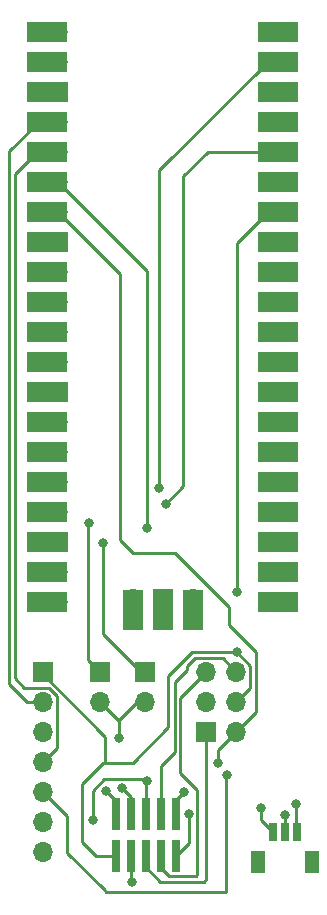
<source format=gbr>
%TF.GenerationSoftware,KiCad,Pcbnew,6.0.8-f2edbf62ab~116~ubuntu22.04.1*%
%TF.CreationDate,2022-10-04T06:10:33-04:00*%
%TF.ProjectId,PicoProbeProgrammerBoard,5069636f-5072-46f6-9265-50726f677261,rev?*%
%TF.SameCoordinates,Original*%
%TF.FileFunction,Copper,L1,Top*%
%TF.FilePolarity,Positive*%
%FSLAX46Y46*%
G04 Gerber Fmt 4.6, Leading zero omitted, Abs format (unit mm)*
G04 Created by KiCad (PCBNEW 6.0.8-f2edbf62ab~116~ubuntu22.04.1) date 2022-10-04 06:10:33*
%MOMM*%
%LPD*%
G01*
G04 APERTURE LIST*
%TA.AperFunction,ComponentPad*%
%ADD10R,1.700000X1.700000*%
%TD*%
%TA.AperFunction,ComponentPad*%
%ADD11O,1.700000X1.700000*%
%TD*%
%TA.AperFunction,SMDPad,CuDef*%
%ADD12R,0.660400X1.549400*%
%TD*%
%TA.AperFunction,SMDPad,CuDef*%
%ADD13R,1.295400X1.905000*%
%TD*%
%TA.AperFunction,SMDPad,CuDef*%
%ADD14R,0.660400X2.768600*%
%TD*%
%TA.AperFunction,SMDPad,CuDef*%
%ADD15R,3.500000X1.700000*%
%TD*%
%TA.AperFunction,SMDPad,CuDef*%
%ADD16R,1.700000X3.500000*%
%TD*%
%TA.AperFunction,ViaPad*%
%ADD17C,0.800000*%
%TD*%
%TA.AperFunction,Conductor*%
%ADD18C,0.250000*%
%TD*%
G04 APERTURE END LIST*
D10*
%TO.P,J2,1,Pin_1*%
%TO.N,/SCL_0*%
X118618000Y-75184000D03*
D11*
%TO.P,J2,2,Pin_2*%
%TO.N,/SWDCLK*%
X118618000Y-77724000D03*
%TO.P,J2,3,Pin_3*%
%TO.N,GND*%
X118618000Y-80264000D03*
%TO.P,J2,4,Pin_4*%
%TO.N,/SWDIO*%
X118618000Y-82804000D03*
%TO.P,J2,5,Pin_5*%
%TO.N,/SDA_0*%
X118618000Y-85344000D03*
%TO.P,J2,6,Pin_6*%
%TO.N,/SWO*%
X118618000Y-87884000D03*
%TO.P,J2,7,Pin_7*%
%TO.N,/VBUS_OUT*%
X118618000Y-90424000D03*
%TD*%
D12*
%TO.P,J4,1,1*%
%TO.N,/SWDIO*%
X140100001Y-88771600D03*
%TO.P,J4,2,2*%
%TO.N,GND*%
X139100000Y-88771600D03*
%TO.P,J4,3,3*%
%TO.N,/SWDCLK*%
X138099999Y-88771600D03*
D13*
%TO.P,J4,4*%
%TO.N,GND*%
X136800000Y-91296599D03*
%TO.P,J4,5*%
X141400000Y-91296599D03*
%TD*%
D10*
%TO.P,ExtraConns,1,Pin_1*%
%TO.N,/UartTX*%
X132461000Y-80264000D03*
D11*
%TO.P,ExtraConns,2,Pin_2*%
%TO.N,/SWO*%
X135001000Y-80264000D03*
%TO.P,ExtraConns,3,Pin_3*%
%TO.N,/SDA_0*%
X132461000Y-77724000D03*
%TO.P,ExtraConns,4,Pin_4*%
%TO.N,/SCL_0*%
X135001000Y-77724000D03*
%TO.P,ExtraConns,5,Pin_5*%
%TO.N,/SDA_1*%
X132461000Y-75184000D03*
%TO.P,ExtraConns,6,Pin_6*%
%TO.N,/SCL_1*%
X135001000Y-75184000D03*
%TD*%
D10*
%TO.P,3v3,1,A*%
%TO.N,Net-(JP2-Pad1)*%
X127254000Y-75184000D03*
D11*
%TO.P,3v3,2,B*%
%TO.N,/power_output*%
X127254000Y-77724000D03*
%TD*%
D10*
%TO.P,5v,1,A*%
%TO.N,Net-(JP1-Pad1)*%
X123444000Y-75184000D03*
D11*
%TO.P,5v,2,B*%
%TO.N,/power_output*%
X123444000Y-77724000D03*
%TD*%
D14*
%TO.P,J1,1,Pin_1*%
%TO.N,/SCL_0*%
X124841000Y-90779000D03*
%TO.P,J1,2,Pin_2*%
%TO.N,/SWDIO*%
X124841000Y-87249000D03*
%TO.P,J1,3,Pin_3*%
%TO.N,GND*%
X126111000Y-90779000D03*
%TO.P,J1,4,Pin_4*%
%TO.N,/SWDCLK*%
X126111000Y-87249000D03*
%TO.P,J1,5,Pin_5*%
%TO.N,/UartTX*%
X127381000Y-90779000D03*
%TO.P,J1,6,Pin_6*%
%TO.N,/SWO*%
X127381000Y-87249000D03*
%TO.P,J1,7,Pin_7*%
%TO.N,/SDA_1*%
X128651000Y-90779000D03*
%TO.P,J1,8,Pin_8*%
%TO.N,/SCL_1*%
X128651000Y-87249000D03*
%TO.P,J1,9,Pin_9*%
%TO.N,/power_output*%
X129921000Y-90779000D03*
%TO.P,J1,10,Pin_10*%
%TO.N,/SDA_0*%
X129921000Y-87249000D03*
%TD*%
D15*
%TO.P,U1,1,GPIO0*%
%TO.N,unconnected-(U1-Pad1)*%
X118960000Y-21020000D03*
D11*
X119860000Y-21020000D03*
D15*
%TO.P,U1,2,GPIO1*%
%TO.N,unconnected-(U1-Pad2)*%
X118960000Y-23560000D03*
D11*
X119860000Y-23560000D03*
D15*
%TO.P,U1,3,GND*%
%TO.N,unconnected-(U1-Pad3)*%
X118960000Y-26100000D03*
D10*
X119860000Y-26100000D03*
D11*
%TO.P,U1,4,GPIO2*%
%TO.N,/SWDCLK*%
X119860000Y-28640000D03*
D15*
X118960000Y-28640000D03*
%TO.P,U1,5,GPIO3*%
%TO.N,/SWDIO*%
X118960000Y-31180000D03*
D11*
X119860000Y-31180000D03*
%TO.P,U1,6,GPIO4*%
%TO.N,/SDA_0*%
X119860000Y-33720000D03*
D15*
X118960000Y-33720000D03*
D11*
%TO.P,U1,7,GPIO5*%
%TO.N,/SWO*%
X119860000Y-36260000D03*
D15*
X118960000Y-36260000D03*
D10*
%TO.P,U1,8,GND*%
%TO.N,GND*%
X119860000Y-38800000D03*
D15*
X118960000Y-38800000D03*
D11*
%TO.P,U1,9,GPIO6*%
%TO.N,unconnected-(U1-Pad9)*%
X119860000Y-41340000D03*
D15*
X118960000Y-41340000D03*
%TO.P,U1,10,GPIO7*%
%TO.N,unconnected-(U1-Pad10)*%
X118960000Y-43880000D03*
D11*
X119860000Y-43880000D03*
%TO.P,U1,11,GPIO8*%
%TO.N,unconnected-(U1-Pad11)*%
X119860000Y-46420000D03*
D15*
X118960000Y-46420000D03*
D11*
%TO.P,U1,12,GPIO9*%
%TO.N,unconnected-(U1-Pad12)*%
X119860000Y-48960000D03*
D15*
X118960000Y-48960000D03*
D10*
%TO.P,U1,13,GND*%
%TO.N,GND*%
X119860000Y-51500000D03*
D15*
X118960000Y-51500000D03*
D11*
%TO.P,U1,14,GPIO10*%
%TO.N,unconnected-(U1-Pad14)*%
X119860000Y-54040000D03*
D15*
X118960000Y-54040000D03*
%TO.P,U1,15,GPIO11*%
%TO.N,unconnected-(U1-Pad15)*%
X118960000Y-56580000D03*
D11*
X119860000Y-56580000D03*
%TO.P,U1,16,GPIO12*%
%TO.N,unconnected-(U1-Pad16)*%
X119860000Y-59120000D03*
D15*
X118960000Y-59120000D03*
%TO.P,U1,17,GPIO13*%
%TO.N,unconnected-(U1-Pad17)*%
X118960000Y-61660000D03*
D11*
X119860000Y-61660000D03*
D10*
%TO.P,U1,18,GND*%
%TO.N,GND*%
X119860000Y-64200000D03*
D15*
X118960000Y-64200000D03*
D11*
%TO.P,U1,19,GPIO14*%
%TO.N,unconnected-(U1-Pad19)*%
X119860000Y-66740000D03*
D15*
X118960000Y-66740000D03*
D11*
%TO.P,U1,20,GPIO15*%
%TO.N,unconnected-(U1-Pad20)*%
X119860000Y-69280000D03*
D15*
X118960000Y-69280000D03*
%TO.P,U1,21,GPIO16*%
%TO.N,unconnected-(U1-Pad21)*%
X138540000Y-69280000D03*
D11*
X137640000Y-69280000D03*
D15*
%TO.P,U1,22,GPIO17*%
%TO.N,unconnected-(U1-Pad22)*%
X138540000Y-66740000D03*
D11*
X137640000Y-66740000D03*
D10*
%TO.P,U1,23,GND*%
%TO.N,GND*%
X137640000Y-64200000D03*
D15*
X138540000Y-64200000D03*
D11*
%TO.P,U1,24,GPIO18*%
%TO.N,unconnected-(U1-Pad24)*%
X137640000Y-61660000D03*
D15*
X138540000Y-61660000D03*
%TO.P,U1,25,GPIO19*%
%TO.N,unconnected-(U1-Pad25)*%
X138540000Y-59120000D03*
D11*
X137640000Y-59120000D03*
D15*
%TO.P,U1,26,GPIO20*%
%TO.N,unconnected-(U1-Pad26)*%
X138540000Y-56580000D03*
D11*
X137640000Y-56580000D03*
D15*
%TO.P,U1,27,GPIO21*%
%TO.N,unconnected-(U1-Pad27)*%
X138540000Y-54040000D03*
D11*
X137640000Y-54040000D03*
D10*
%TO.P,U1,28,GND*%
%TO.N,GND*%
X137640000Y-51500000D03*
D15*
X138540000Y-51500000D03*
%TO.P,U1,29,GPIO22*%
%TO.N,unconnected-(U1-Pad29)*%
X138540000Y-48960000D03*
D11*
X137640000Y-48960000D03*
D15*
%TO.P,U1,30,RUN*%
%TO.N,unconnected-(U1-Pad30)*%
X138540000Y-46420000D03*
D11*
X137640000Y-46420000D03*
D15*
%TO.P,U1,31,GPIO26_ADC0*%
%TO.N,unconnected-(U1-Pad31)*%
X138540000Y-43880000D03*
D11*
X137640000Y-43880000D03*
D15*
%TO.P,U1,32,GPIO27_ADC1*%
%TO.N,unconnected-(U1-Pad32)*%
X138540000Y-41340000D03*
D11*
X137640000Y-41340000D03*
D15*
%TO.P,U1,33,AGND*%
%TO.N,unconnected-(U1-Pad33)*%
X138540000Y-38800000D03*
D10*
X137640000Y-38800000D03*
D11*
%TO.P,U1,34,GPIO28_ADC2*%
%TO.N,/SCL_0*%
X137640000Y-36260000D03*
D15*
X138540000Y-36260000D03*
D11*
%TO.P,U1,35,ADC_VREF*%
%TO.N,unconnected-(U1-Pad35)*%
X137640000Y-33720000D03*
D15*
X138540000Y-33720000D03*
D11*
%TO.P,U1,36,3V3*%
%TO.N,Net-(JP2-Pad1)*%
X137640000Y-31180000D03*
D15*
X138540000Y-31180000D03*
%TO.P,U1,37,3V3_EN*%
%TO.N,unconnected-(U1-Pad37)*%
X138540000Y-28640000D03*
D11*
X137640000Y-28640000D03*
D10*
%TO.P,U1,38,GND*%
%TO.N,unconnected-(U1-Pad38)*%
X137640000Y-26100000D03*
D15*
X138540000Y-26100000D03*
D11*
%TO.P,U1,39,VSYS*%
%TO.N,Net-(JP1-Pad1)*%
X137640000Y-23560000D03*
D15*
X138540000Y-23560000D03*
D11*
%TO.P,U1,40,VBUS*%
%TO.N,unconnected-(U1-Pad40)*%
X137640000Y-21020000D03*
D15*
X138540000Y-21020000D03*
D16*
%TO.P,U1,41,SWCLK*%
%TO.N,unconnected-(U1-Pad41)*%
X126210000Y-69950000D03*
D11*
X126210000Y-69050000D03*
D10*
%TO.P,U1,42,GND*%
%TO.N,unconnected-(U1-Pad42)*%
X128750000Y-69050000D03*
D16*
X128750000Y-69950000D03*
D11*
%TO.P,U1,43,SWDIO*%
%TO.N,unconnected-(U1-Pad43)*%
X131290000Y-69050000D03*
D16*
X131290000Y-69950000D03*
%TD*%
D17*
%TO.N,/SCL_0*%
X135037701Y-73559000D03*
X135037701Y-68467099D03*
%TO.N,/SWDIO*%
X140055600Y-86360000D03*
X123952000Y-85293200D03*
%TO.N,GND*%
X126136400Y-92964000D03*
X139090400Y-87325200D03*
%TO.N,/SWDCLK*%
X137109200Y-86766400D03*
X125323600Y-85039200D03*
%TO.N,/SWO*%
X127406400Y-84480400D03*
X122834400Y-87782400D03*
X133451600Y-82905600D03*
%TO.N,/SDA_0*%
X130606800Y-85394800D03*
X134176600Y-83958600D03*
X127406400Y-62992000D03*
%TO.N,/power_output*%
X130949100Y-87223600D03*
X125069600Y-80772000D03*
%TO.N,Net-(JP1-Pad1)*%
X128473200Y-59639200D03*
X122529600Y-62636400D03*
%TO.N,Net-(JP2-Pad1)*%
X123698000Y-64262000D03*
X129032000Y-60960000D03*
%TD*%
D18*
%TO.N,/UartTX*%
X128574800Y-92964000D02*
X132232400Y-92964000D01*
X127381000Y-90779000D02*
X127381000Y-91770200D01*
X132461000Y-92735400D02*
X132461000Y-80264000D01*
X132232400Y-92964000D02*
X132461000Y-92735400D01*
X127381000Y-91770200D02*
X128574800Y-92964000D01*
%TO.N,/SDA_1*%
X131673600Y-92405200D02*
X131572000Y-92506800D01*
X129324700Y-92506800D02*
X128651000Y-91833100D01*
X128651000Y-91833100D02*
X128651000Y-90779000D01*
X130251200Y-83769200D02*
X131673600Y-85191600D01*
X130251200Y-77393800D02*
X130251200Y-83769200D01*
X131572000Y-92506800D02*
X129324700Y-92506800D01*
X131673600Y-85191600D02*
X131673600Y-92405200D01*
X132461000Y-75184000D02*
X130251200Y-77393800D01*
%TO.N,/SCL_0*%
X136176000Y-76549000D02*
X135001000Y-77724000D01*
X136176000Y-74697299D02*
X136176000Y-76549000D01*
X126238000Y-82905600D02*
X129235200Y-79908400D01*
X129235200Y-75590400D02*
X131266600Y-73559000D01*
X135037701Y-73559000D02*
X136176000Y-74697299D01*
X124841000Y-90779000D02*
X123087800Y-90779000D01*
X123901200Y-82905600D02*
X126238000Y-82905600D01*
X121920000Y-89611200D02*
X121920000Y-84683600D01*
X123087800Y-90779000D02*
X121920000Y-89611200D01*
X118618000Y-75425903D02*
X123901200Y-80709103D01*
X118618000Y-75184000D02*
X118618000Y-75425903D01*
X123698000Y-82905600D02*
X123901200Y-82905600D01*
X131266600Y-73559000D02*
X135037701Y-73559000D01*
X121920000Y-84683600D02*
X123698000Y-82905600D01*
X135037701Y-68467099D02*
X135037701Y-38862299D01*
X123901200Y-80709103D02*
X123901200Y-82905600D01*
X129235200Y-79908400D02*
X129235200Y-75590400D01*
X135037701Y-38862299D02*
X137640000Y-36260000D01*
%TO.N,/SWDIO*%
X119104701Y-76549000D02*
X117011404Y-76549000D01*
X124841000Y-87249000D02*
X124841000Y-86182200D01*
X119793000Y-77237299D02*
X119104701Y-76549000D01*
X118618000Y-82804000D02*
X119793000Y-81629000D01*
X117011404Y-76549000D02*
X116230400Y-75767996D01*
X119793000Y-81629000D02*
X119793000Y-77237299D01*
X118121200Y-31180000D02*
X119860000Y-31180000D01*
X140055600Y-88727199D02*
X140100001Y-88771600D01*
X116230400Y-33070800D02*
X118121200Y-31180000D01*
X116230400Y-75767996D02*
X116230400Y-33070800D01*
X140055600Y-86360000D02*
X140055600Y-88727199D01*
X124841000Y-86182200D02*
X123952000Y-85293200D01*
%TO.N,GND*%
X126111000Y-92938600D02*
X126136400Y-92964000D01*
X139100000Y-88771600D02*
X139100000Y-87334800D01*
X126111000Y-90779000D02*
X126111000Y-92938600D01*
X139100000Y-87334800D02*
X139090400Y-87325200D01*
%TO.N,/SWDCLK*%
X115773200Y-31116800D02*
X118250000Y-28640000D01*
X115773200Y-76200000D02*
X115773200Y-31116800D01*
X126111000Y-87249000D02*
X126111000Y-85826600D01*
X117297200Y-77724000D02*
X115773200Y-76200000D01*
X118618000Y-77724000D02*
X117297200Y-77724000D01*
X118250000Y-28640000D02*
X119860000Y-28640000D01*
X137109200Y-87780801D02*
X138099999Y-88771600D01*
X126111000Y-85826600D02*
X125323600Y-85039200D01*
X137109200Y-86766400D02*
X137109200Y-87780801D01*
%TO.N,/SWO*%
X125120400Y-64008000D02*
X125120400Y-41520400D01*
X134366000Y-71272400D02*
X134366000Y-69748400D01*
X123813400Y-84314200D02*
X122834400Y-85293200D01*
X133451600Y-82905600D02*
X133451600Y-81813400D01*
X126288800Y-65176400D02*
X125120400Y-64008000D01*
X122834400Y-85293200D02*
X122834400Y-87782400D01*
X135001000Y-80264000D02*
X136626000Y-78639000D01*
X129794000Y-65176400D02*
X126288800Y-65176400D01*
X133451600Y-81813400D02*
X135001000Y-80264000D01*
X136626000Y-73532400D02*
X134366000Y-71272400D01*
X127381000Y-84505800D02*
X127406400Y-84480400D01*
X127240200Y-84314200D02*
X123813400Y-84314200D01*
X136626000Y-78639000D02*
X136626000Y-73532400D01*
X134366000Y-69748400D02*
X129794000Y-65176400D01*
X127406400Y-84480400D02*
X127240200Y-84314200D01*
X125120400Y-41520400D02*
X119860000Y-36260000D01*
X127381000Y-87249000D02*
X127381000Y-84505800D01*
%TO.N,/SDA_0*%
X120700800Y-87426800D02*
X120700800Y-89814400D01*
X129921000Y-86080600D02*
X130606800Y-85394800D01*
X129921000Y-87249000D02*
X129921000Y-86080600D01*
X120700800Y-90525600D02*
X123799600Y-93624400D01*
X134162800Y-93776800D02*
X134162800Y-83972400D01*
X118618000Y-85344000D02*
X120700800Y-87426800D01*
X124002800Y-93827600D02*
X134112000Y-93827600D01*
X127406400Y-62992000D02*
X127406400Y-41266400D01*
X120700800Y-89814400D02*
X120700800Y-90525600D01*
X123799600Y-93624400D02*
X124002800Y-93827600D01*
X134112000Y-93827600D02*
X134162800Y-93776800D01*
X127406400Y-41266400D02*
X119860000Y-33720000D01*
%TO.N,/SCL_1*%
X133826000Y-74009000D02*
X131477000Y-74009000D01*
X135001000Y-75184000D02*
X133826000Y-74009000D01*
X128651000Y-83185000D02*
X128651000Y-87249000D01*
X129801200Y-76091200D02*
X129801200Y-82034800D01*
X130810000Y-75082400D02*
X129801200Y-76091200D01*
X129801200Y-82034800D02*
X128651000Y-83185000D01*
X131477000Y-74009000D02*
X130810000Y-74676000D01*
X130810000Y-74676000D02*
X130810000Y-75082400D01*
%TO.N,/power_output*%
X131013200Y-89686800D02*
X131013200Y-87376000D01*
X129921000Y-90779000D02*
X131013200Y-89686800D01*
X126593600Y-77724000D02*
X127254000Y-77724000D01*
X123444000Y-77724000D02*
X125069600Y-79349600D01*
X131013200Y-87287700D02*
X130949100Y-87223600D01*
X125069600Y-79248000D02*
X126593600Y-77724000D01*
X125069600Y-79349600D02*
X125069600Y-80772000D01*
X125069600Y-79349600D02*
X125069600Y-79248000D01*
X131013200Y-87376000D02*
X131013200Y-87287700D01*
%TO.N,Net-(JP1-Pad1)*%
X128473200Y-59639200D02*
X128473200Y-32726800D01*
X122428000Y-62738000D02*
X122529600Y-62636400D01*
X128473200Y-32726800D02*
X137640000Y-23560000D01*
X122428000Y-74168000D02*
X122428000Y-62738000D01*
X123444000Y-75184000D02*
X122428000Y-74168000D01*
%TO.N,Net-(JP2-Pad1)*%
X129032000Y-60960000D02*
X130505200Y-59486800D01*
X123698000Y-71983600D02*
X123698000Y-64262000D01*
X127254000Y-75184000D02*
X126898400Y-75184000D01*
X126898400Y-75184000D02*
X124053600Y-72339200D01*
X124053600Y-72339200D02*
X123698000Y-71983600D01*
X130505200Y-33234800D02*
X132560000Y-31180000D01*
X132560000Y-31180000D02*
X137640000Y-31180000D01*
X130505200Y-59486800D02*
X130505200Y-33234800D01*
%TD*%
M02*

</source>
